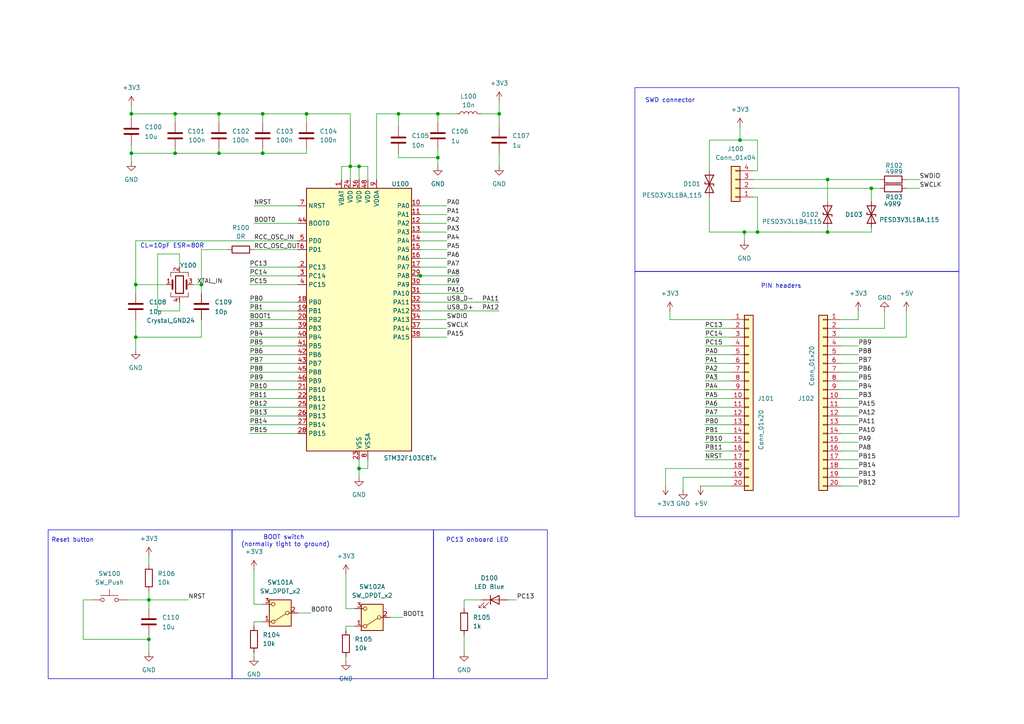
<source format=kicad_sch>
(kicad_sch (version 20231120) (generator "eeschema") (generator_version "8.0")
  (paper "A4")
  (lib_symbols
    (symbol "Connector_Generic:Conn_01x04" (pin_names (offset 1.016) hide)
      (property "Reference" "J" (at 0 5.08 0))
      (property "Value" "Conn_01x04" (at 0 -7.62 0))
      (symbol "Conn_01x04_1_1"
        (rectangle (start -1.27 -4.953) (end 0 -5.207) (stroke (width 0.1524)))
        (rectangle (start -1.27 -2.413) (end 0 -2.667) (stroke (width 0.1524)))
        (rectangle (start -1.27 0.127) (end 0 -0.127) (stroke (width 0.1524)))
        (rectangle (start -1.27 2.667) (end 0 2.413) (stroke (width 0.1524)))
        (rectangle (start -1.27 3.81) (end 1.27 -6.35) (stroke (width 0.254)) (fill (type background)))
        (pin passive line (at -5.08 2.54 0) (length 3.81) (name "Pin_1") (number "1"))
        (pin passive line (at -5.08 0 0) (length 3.81) (name "Pin_2") (number "2"))
        (pin passive line (at -5.08 -2.54 0) (length 3.81) (name "Pin_3") (number "3"))
        (pin passive line (at -5.08 -5.08 0) (length 3.81) (name "Pin_4") (number "4"))
      )
    )
    (symbol "Connector_Generic:Conn_01x20" (pin_names (offset 1.016) hide)
      (property "Reference" "J" (at 0 25.4 0))
      (property "Value" "Conn_01x20" (at 0 -27.94 0))
      (symbol "Conn_01x20_1_1"
        (rectangle (start -1.27 -25.273) (end 0 -25.527) (stroke (width 0.1524)))
        (rectangle (start -1.27 -22.733) (end 0 -22.987) (stroke (width 0.1524)))
        (rectangle (start -1.27 -20.193) (end 0 -20.447) (stroke (width 0.1524)))
        (rectangle (start -1.27 -17.653) (end 0 -17.907) (stroke (width 0.1524)))
        (rectangle (start -1.27 -15.113) (end 0 -15.367) (stroke (width 0.1524)))
        (rectangle (start -1.27 -12.573) (end 0 -12.827) (stroke (width 0.1524)))
        (rectangle (start -1.27 -10.033) (end 0 -10.287) (stroke (width 0.1524)))
        (rectangle (start -1.27 -7.493) (end 0 -7.747) (stroke (width 0.1524)))
        (rectangle (start -1.27 -4.953) (end 0 -5.207) (stroke (width 0.1524)))
        (rectangle (start -1.27 -2.413) (end 0 -2.667) (stroke (width 0.1524)))
        (rectangle (start -1.27 0.127) (end 0 -0.127) (stroke (width 0.1524)))
        (rectangle (start -1.27 2.667) (end 0 2.413) (stroke (width 0.1524)))
        (rectangle (start -1.27 5.207) (end 0 4.953) (stroke (width 0.1524)))
        (rectangle (start -1.27 7.747) (end 0 7.493) (stroke (width 0.1524)))
        (rectangle (start -1.27 10.287) (end 0 10.033) (stroke (width 0.1524)))
        (rectangle (start -1.27 12.827) (end 0 12.573) (stroke (width 0.1524)))
        (rectangle (start -1.27 15.367) (end 0 15.113) (stroke (width 0.1524)))
        (rectangle (start -1.27 17.907) (end 0 17.653) (stroke (width 0.1524)))
        (rectangle (start -1.27 20.447) (end 0 20.193) (stroke (width 0.1524)))
        (rectangle (start -1.27 22.987) (end 0 22.733) (stroke (width 0.1524)))
        (rectangle (start -1.27 24.13) (end 1.27 -26.67) (stroke (width 0.254)) (fill (type background)))
        (pin passive line (at -5.08 22.86 0) (length 3.81) (name "Pin_1") (number "1"))
        (pin passive line (at -5.08 0 0) (length 3.81) (name "Pin_10") (number "10"))
        (pin passive line (at -5.08 -2.54 0) (length 3.81) (name "Pin_11") (number "11"))
        (pin passive line (at -5.08 -5.08 0) (length 3.81) (name "Pin_12") (number "12"))
        (pin passive line (at -5.08 -7.62 0) (length 3.81) (name "Pin_13") (number "13"))
        (pin passive line (at -5.08 -10.16 0) (length 3.81) (name "Pin_14") (number "14"))
        (pin passive line (at -5.08 -12.7 0) (length 3.81) (name "Pin_15") (number "15"))
        (pin passive line (at -5.08 -15.24 0) (length 3.81) (name "Pin_16") (number "16"))
        (pin passive line (at -5.08 -17.78 0) (length 3.81) (name "Pin_17") (number "17"))
        (pin passive line (at -5.08 -20.32 0) (length 3.81) (name "Pin_18") (number "18"))
        (pin passive line (at -5.08 -22.86 0) (length 3.81) (name "Pin_19") (number "19"))
        (pin passive line (at -5.08 20.32 0) (length 3.81) (name "Pin_2") (number "2"))
        (pin passive line (at -5.08 -25.4 0) (length 3.81) (name "Pin_20") (number "20"))
        (pin passive line (at -5.08 17.78 0) (length 3.81) (name "Pin_3") (number "3"))
        (pin passive line (at -5.08 15.24 0) (length 3.81) (name "Pin_4") (number "4"))
        (pin passive line (at -5.08 12.7 0) (length 3.81) (name "Pin_5") (number "5"))
        (pin passive line (at -5.08 10.16 0) (length 3.81) (name "Pin_6") (number "6"))
        (pin passive line (at -5.08 7.62 0) (length 3.81) (name "Pin_7") (number "7"))
        (pin passive line (at -5.08 5.08 0) (length 3.81) (name "Pin_8") (number "8"))
        (pin passive line (at -5.08 2.54 0) (length 3.81) (name "Pin_9") (number "9"))
      )
    )
    (symbol "Device:C" (pin_numbers hide) (pin_names (offset 0.254))
      (property "Reference" "C" (at 0.635 2.54 0))
      (property "Value" "C" (at 0.635 -2.54 0))
      (symbol "C_0_1"
        (polyline (pts (xy -2.032 -0.762) (xy 2.032 -0.762)) (stroke (width 0.508)))
        (polyline (pts (xy -2.032 0.762) (xy 2.032 0.762)) (stroke (width 0.508)))
      )
      (symbol "C_1_1"
        (pin passive line (at 0 3.81 270) (length 2.794) (name "~") (number "1"))
        (pin passive line (at 0 -3.81 90) (length 2.794) (name "~") (number "2"))
      )
    )
    (symbol "Device:Crystal_GND24" (pin_names (offset 1.016) hide)
      (property "Reference" "Y" (at 3.175 5.08 0))
      (property "Value" "Crystal_GND24" (at 3.175 3.175 0))
      (symbol "Crystal_GND24_0_1"
        (rectangle (start -1.143 2.54) (end 1.143 -2.54) (stroke (width 0.3048)))
        (polyline (pts (xy -2.54 0) (xy -2.032 0)))
        (polyline (pts (xy -2.032 -1.27) (xy -2.032 1.27)) (stroke (width 0.508)))
        (polyline (pts (xy 0 -3.81) (xy 0 -3.556)))
        (polyline (pts (xy 0 3.556) (xy 0 3.81)))
        (polyline (pts (xy 2.032 -1.27) (xy 2.032 1.27)) (stroke (width 0.508)))
        (polyline (pts (xy 2.032 0) (xy 2.54 0)))
        (polyline (pts (xy -2.54 -2.286) (xy -2.54 -3.556) (xy 2.54 -3.556) (xy 2.54 -2.286)))
        (polyline (pts (xy -2.54 2.286) (xy -2.54 3.556) (xy 2.54 3.556) (xy 2.54 2.286)))
      )
      (symbol "Crystal_GND24_1_1"
        (pin passive line (at -3.81 0 0) (length 1.27) (name "1") (number "1"))
        (pin passive line (at 0 5.08 270) (length 1.27) (name "2") (number "2"))
        (pin passive line (at 3.81 0 180) (length 1.27) (name "3") (number "3"))
        (pin passive line (at 0 -5.08 90) (length 1.27) (name "4") (number "4"))
      )
    )
    (symbol "Device:D_TVS" (pin_numbers hide) (pin_names (offset 1.016) hide)
      (property "Reference" "D" (at 0 2.54 0))
      (property "Value" "D_TVS" (at 0 -2.54 0))
      (symbol "D_TVS_0_1"
        (polyline (pts (xy 1.27 0) (xy -1.27 0)))
        (polyline (pts (xy 0.508 1.27) (xy 0 1.27) (xy 0 -1.27) (xy -0.508 -1.27)) (stroke (width 0.254)))
        (polyline (pts (xy -2.54 1.27) (xy -2.54 -1.27) (xy 2.54 1.27) (xy 2.54 -1.27) (xy -2.54 1.27)) (stroke (width 0.254)))
      )
      (symbol "D_TVS_1_1"
        (pin passive line (at -3.81 0 0) (length 2.54) (name "A1") (number "1"))
        (pin passive line (at 3.81 0 180) (length 2.54) (name "A2") (number "2"))
      )
    )
    (symbol "Device:L" (pin_numbers hide) (pin_names (offset 1.016) hide)
      (property "Reference" "L" (at -1.27 0 90))
      (property "Value" "L" (at 1.905 0 90))
      (symbol "L_0_1"
        (arc (start 0 -2.54) (mid 0.6323 -1.905) (end 0 -1.27))
        (arc (start 0 -1.27) (mid 0.6323 -0.635) (end 0 0))
        (arc (start 0 0) (mid 0.6323 0.635) (end 0 1.27))
        (arc (start 0 1.27) (mid 0.6323 1.905) (end 0 2.54))
      )
      (symbol "L_1_1"
        (pin passive line (at 0 3.81 270) (length 1.27) (name "1") (number "1"))
        (pin passive line (at 0 -3.81 90) (length 1.27) (name "2") (number "2"))
      )
    )
    (symbol "Device:LED" (pin_numbers hide) (pin_names (offset 1.016) hide)
      (property "Reference" "D" (at 0 2.54 0))
      (property "Value" "LED" (at 0 -2.54 0))
      (symbol "LED_0_1"
        (polyline (pts (xy -1.27 -1.27) (xy -1.27 1.27)) (stroke (width 0.254)))
        (polyline (pts (xy -1.27 0) (xy 1.27 0)))
        (polyline (pts (xy 1.27 -1.27) (xy 1.27 1.27) (xy -1.27 0) (xy 1.27 -1.27)) (stroke (width 0.254)))
        (polyline (pts (xy -3.048 -0.762) (xy -4.572 -2.286) (xy -3.81 -2.286) (xy -4.572 -2.286) (xy -4.572 -1.524)))
        (polyline (pts (xy -1.778 -0.762) (xy -3.302 -2.286) (xy -2.54 -2.286) (xy -3.302 -2.286) (xy -3.302 -1.524)))
      )
      (symbol "LED_1_1"
        (pin passive line (at -3.81 0 0) (length 2.54) (name "K") (number "1"))
        (pin passive line (at 3.81 0 180) (length 2.54) (name "A") (number "2"))
      )
    )
    (symbol "Device:R" (pin_numbers hide) (pin_names (offset 0))
      (property "Reference" "R" (at 2.032 0 90))
      (property "Value" "R" (at 0 0 90))
      (symbol "R_0_1"
        (rectangle (start -1.016 -2.54) (end 1.016 2.54) (stroke (width 0.254)))
      )
      (symbol "R_1_1"
        (pin passive line (at 0 3.81 270) (length 1.27) (name "~") (number "1"))
        (pin passive line (at 0 -3.81 90) (length 1.27) (name "~") (number "2"))
      )
    )
    (symbol "MCU_ST_STM32F1:STM32F103C8Tx"
      (property "Reference" "U" (at -15.24 39.37 0))
      (property "Value" "STM32F103C8Tx" (at 7.62 39.37 0))
      (symbol "STM32F103C8Tx_0_1"
        (rectangle (start -15.24 -38.1) (end 15.24 38.1) (stroke (width 0.254)) (fill (type background)))
      )
      (symbol "STM32F103C8Tx_1_1"
        (pin power_in line (at -5.08 40.64 270) (length 2.54) (name "VBAT") (number "1"))
        (pin bidirectional line (at 17.78 33.02 180) (length 2.54) (name "PA0") (number "10"))
        (pin bidirectional line (at 17.78 30.48 180) (length 2.54) (name "PA1") (number "11"))
        (pin bidirectional line (at 17.78 27.94 180) (length 2.54) (name "PA2") (number "12"))
        (pin bidirectional line (at 17.78 25.4 180) (length 2.54) (name "PA3") (number "13"))
        (pin bidirectional line (at 17.78 22.86 180) (length 2.54) (name "PA4") (number "14"))
        (pin bidirectional line (at 17.78 20.32 180) (length 2.54) (name "PA5") (number "15"))
        (pin bidirectional line (at 17.78 17.78 180) (length 2.54) (name "PA6") (number "16"))
        (pin bidirectional line (at 17.78 15.24 180) (length 2.54) (name "PA7") (number "17"))
        (pin bidirectional line (at -17.78 5.08 0) (length 2.54) (name "PB0") (number "18"))
        (pin bidirectional line (at -17.78 2.54 0) (length 2.54) (name "PB1") (number "19"))
        (pin bidirectional line (at -17.78 15.24 0) (length 2.54) (name "PC13") (number "2"))
        (pin bidirectional line (at -17.78 0 0) (length 2.54) (name "PB2") (number "20"))
        (pin bidirectional line (at -17.78 -20.32 0) (length 2.54) (name "PB10") (number "21"))
        (pin bidirectional line (at -17.78 -22.86 0) (length 2.54) (name "PB11") (number "22"))
        (pin power_in line (at 0 -40.64 90) (length 2.54) (name "VSS") (number "23"))
        (pin power_in line (at -2.54 40.64 270) (length 2.54) (name "VDD") (number "24"))
        (pin bidirectional line (at -17.78 -25.4 0) (length 2.54) (name "PB12") (number "25"))
        (pin bidirectional line (at -17.78 -27.94 0) (length 2.54) (name "PB13") (number "26"))
        (pin bidirectional line (at -17.78 -30.48 0) (length 2.54) (name "PB14") (number "27"))
        (pin bidirectional line (at -17.78 -33.02 0) (length 2.54) (name "PB15") (number "28"))
        (pin bidirectional line (at 17.78 12.7 180) (length 2.54) (name "PA8") (number "29"))
        (pin bidirectional line (at -17.78 12.7 0) (length 2.54) (name "PC14") (number "3"))
        (pin bidirectional line (at 17.78 10.16 180) (length 2.54) (name "PA9") (number "30"))
        (pin bidirectional line (at 17.78 7.62 180) (length 2.54) (name "PA10") (number "31"))
        (pin bidirectional line (at 17.78 5.08 180) (length 2.54) (name "PA11") (number "32"))
        (pin bidirectional line (at 17.78 2.54 180) (length 2.54) (name "PA12") (number "33"))
        (pin bidirectional line (at 17.78 0 180) (length 2.54) (name "PA13") (number "34"))
        (pin passive line (at 0 -40.64 90) (length 2.54) hide (name "VSS") (number "35"))
        (pin power_in line (at 0 40.64 270) (length 2.54) (name "VDD") (number "36"))
        (pin bidirectional line (at 17.78 -2.54 180) (length 2.54) (name "PA14") (number "37"))
        (pin bidirectional line (at 17.78 -5.08 180) (length 2.54) (name "PA15") (number "38"))
        (pin bidirectional line (at -17.78 -2.54 0) (length 2.54) (name "PB3") (number "39"))
        (pin bidirectional line (at -17.78 10.16 0) (length 2.54) (name "PC15") (number "4"))
        (pin bidirectional line (at -17.78 -5.08 0) (length 2.54) (name "PB4") (number "40"))
        (pin bidirectional line (at -17.78 -7.62 0) (length 2.54) (name "PB5") (number "41"))
        (pin bidirectional line (at -17.78 -10.16 0) (length 2.54) (name "PB6") (number "42"))
        (pin bidirectional line (at -17.78 -12.7 0) (length 2.54) (name "PB7") (number "43"))
        (pin input line (at -17.78 27.94 0) (length 2.54) (name "BOOT0") (number "44"))
        (pin bidirectional line (at -17.78 -15.24 0) (length 2.54) (name "PB8") (number "45"))
        (pin bidirectional line (at -17.78 -17.78 0) (length 2.54) (name "PB9") (number "46"))
        (pin passive line (at 0 -40.64 90) (length 2.54) hide (name "VSS") (number "47"))
        (pin power_in line (at 2.54 40.64 270) (length 2.54) (name "VDD") (number "48"))
        (pin bidirectional line (at -17.78 22.86 0) (length 2.54) (name "PD0") (number "5"))
        (pin bidirectional line (at -17.78 20.32 0) (length 2.54) (name "PD1") (number "6"))
        (pin input line (at -17.78 33.02 0) (length 2.54) (name "NRST") (number "7"))
        (pin power_in line (at 2.54 -40.64 90) (length 2.54) (name "VSSA") (number "8"))
        (pin power_in line (at 5.08 40.64 270) (length 2.54) (name "VDDA") (number "9"))
      )
    )
    (symbol "Switch:SW_DPDT_x2" (pin_names (offset 0) hide)
      (property "Reference" "SW" (at 0 5.08 0))
      (property "Value" "SW_DPDT_x2" (at 0 -5.08 0))
      (symbol "SW_DPDT_x2_0_0"
        (circle (center -2.032 0) (radius 0.508))
        (circle (center 2.032 -2.54) (radius 0.508))
      )
      (symbol "SW_DPDT_x2_0_1"
        (rectangle (start -3.175 3.81) (end 3.175 -3.81) (stroke (width 0.254)) (fill (type background)))
        (polyline (pts (xy -1.524 0.254) (xy 1.5748 2.286)))
        (circle (center 2.032 2.54) (radius 0.508))
      )
      (symbol "SW_DPDT_x2_1_1"
        (pin passive line (at 5.08 2.54 180) (length 2.54) (name "A") (number "1"))
        (pin passive line (at -5.08 0 0) (length 2.54) (name "B") (number "2"))
        (pin passive line (at 5.08 -2.54 180) (length 2.54) (name "C") (number "3"))
      )
      (symbol "SW_DPDT_x2_2_1"
        (pin passive line (at 5.08 2.54 180) (length 2.54) (name "A") (number "4"))
        (pin passive line (at -5.08 0 0) (length 2.54) (name "B") (number "5"))
        (pin passive line (at 5.08 -2.54 180) (length 2.54) (name "C") (number "6"))
      )
    )
    (symbol "Switch:SW_Push" (pin_numbers hide) (pin_names (offset 1.016) hide)
      (property "Reference" "SW" (at 1.27 2.54 0))
      (property "Value" "SW_Push" (at 0 -1.524 0))
      (symbol "SW_Push_0_1"
        (circle (center -2.032 0) (radius 0.508))
        (polyline (pts (xy 0 1.27) (xy 0 3.048)))
        (polyline (pts (xy 2.54 1.27) (xy -2.54 1.27)))
        (circle (center 2.032 0) (radius 0.508))
        (pin passive line (at -5.08 0 0) (length 2.54) (name "1") (number "1"))
        (pin passive line (at 5.08 0 180) (length 2.54) (name "2") (number "2"))
      )
    )
    (symbol "power:+3V3" (power) (pin_numbers hide) (pin_names (offset 0) hide)
      (property "Value" "+3V3" (at 0 3.556 0))
      (symbol "+3V3_0_1"
        (polyline (pts (xy -0.762 1.27) (xy 0 2.54)))
        (polyline (pts (xy 0 0) (xy 0 2.54)))
        (polyline (pts (xy 0 2.54) (xy 0.762 1.27)))
      )
      (symbol "+3V3_1_1"
        (pin power_in line (at 0 0 90) (length 0) (name "~") (number "1"))
      )
    )
    (symbol "power:+5V" (power) (pin_numbers hide) (pin_names (offset 0) hide)
      (property "Value" "+5V" (at 0 3.556 0))
      (symbol "+5V_0_1"
        (polyline (pts (xy -0.762 1.27) (xy 0 2.54)))
        (polyline (pts (xy 0 0) (xy 0 2.54)))
        (polyline (pts (xy 0 2.54) (xy 0.762 1.27)))
      )
      (symbol "+5V_1_1"
        (pin power_in line (at 0 0 90) (length 0) (name "~") (number "1"))
      )
    )
    (symbol "power:GND" (power) (pin_numbers hide) (pin_names (offset 0) hide)
      (property "Value" "GND" (at 0 -3.81 0))
      (symbol "GND_0_1"
        (polyline (pts (xy 0 0) (xy 0 -1.27) (xy 1.27 -1.27) (xy 0 -2.54) (xy -1.27 -1.27) (xy 0 -1.27)))
      )
      (symbol "GND_1_1"
        (pin power_in line (at 0 0 270) (length 0) (name "~") (number "1"))
      )
    )
  )
  (junction (at 39.37 97.79))
  (junction (at 214.63 40.64))
  (junction (at 144.78 33.02))
  (junction (at 50.8 44.45))
  (junction (at 104.14 135.89))
  (junction (at 219.71 67.31))
  (junction (at 50.8 33.02))
  (junction (at 63.5 44.45))
  (junction (at 101.6 48.26))
  (junction (at 63.5 33.02))
  (junction (at 39.37 82.55))
  (junction (at 115.57 33.02))
  (junction (at 38.1 44.45))
  (junction (at 58.42 82.55))
  (junction (at 76.2 33.02))
  (junction (at 43.18 185.42))
  (junction (at 240.03 52.07))
  (junction (at 121.92 80.01))
  (junction (at 43.18 173.99))
  (junction (at 240.03 67.31))
  (junction (at 38.1 33.02))
  (junction (at 76.2 44.45))
  (junction (at 88.9 33.02))
  (junction (at 215.9 67.31))
  (junction (at 127 33.02))
  (junction (at 252.73 54.61))
  (junction (at 104.14 48.26))
  (junction (at 127 45.72))
  (wire (pts (xy 100.33 190.5) (xy 100.33 191.77)))
  (wire (pts (xy 134.62 173.99) (xy 134.62 176.53)))
  (wire (pts (xy 104.14 48.26) (xy 106.68 48.26)))
  (wire (pts (xy 101.6 48.26) (xy 101.6 52.07)))
  (wire (pts (xy 50.8 44.45) (xy 50.8 43.18)))
  (wire (pts (xy 48.26 82.55) (xy 39.37 82.55)))
  (wire (pts (xy 73.66 180.34) (xy 73.66 181.61)))
  (wire (pts (xy 248.92 90.17) (xy 248.92 92.71)))
  (wire (pts (xy 72.39 123.19) (xy 86.36 123.19)))
  (wire (pts (xy 52.07 90.17) (xy 52.07 87.63)))
  (wire (pts (xy 72.39 77.47) (xy 86.36 77.47)))
  (wire (pts (xy 204.47 110.49) (xy 212.09 110.49)))
  (wire (pts (xy 115.57 33.02) (xy 115.57 36.83)))
  (wire (pts (xy 243.84 130.81) (xy 248.92 130.81)))
  (wire (pts (xy 72.39 97.79) (xy 86.36 97.79)))
  (wire (pts (xy 243.84 125.73) (xy 248.92 125.73)))
  (wire (pts (xy 204.47 123.19) (xy 212.09 123.19)))
  (wire (pts (xy 204.47 102.87) (xy 212.09 102.87)))
  (wire (pts (xy 121.92 87.63) (xy 144.78 87.63)))
  (wire (pts (xy 72.39 105.41) (xy 86.36 105.41)))
  (wire (pts (xy 205.74 40.64) (xy 205.74 49.53)))
  (wire (pts (xy 255.27 52.07) (xy 240.03 52.07)))
  (wire (pts (xy 121.92 59.69) (xy 129.54 59.69)))
  (wire (pts (xy 100.33 181.61) (xy 100.33 182.88)))
  (wire (pts (xy 104.14 48.26) (xy 104.14 52.07)))
  (wire (pts (xy 219.71 49.53) (xy 218.44 49.53)))
  (wire (pts (xy 144.78 33.02) (xy 144.78 36.83)))
  (wire (pts (xy 39.37 82.55) (xy 39.37 85.09)))
  (wire (pts (xy 72.39 90.17) (xy 86.36 90.17)))
  (wire (pts (xy 39.37 97.79) (xy 39.37 101.6)))
  (wire (pts (xy 147.32 173.99) (xy 149.86 173.99)))
  (wire (pts (xy 63.5 44.45) (xy 63.5 43.18)))
  (wire (pts (xy 243.84 120.65) (xy 248.92 120.65)))
  (wire (pts (xy 43.18 173.99) (xy 43.18 176.53)))
  (wire (pts (xy 243.84 118.11) (xy 248.92 118.11)))
  (wire (pts (xy 194.31 92.71) (xy 212.09 92.71)))
  (wire (pts (xy 204.47 115.57) (xy 212.09 115.57)))
  (wire (pts (xy 204.47 130.81) (xy 212.09 130.81)))
  (wire (pts (xy 144.78 44.45) (xy 144.78 48.26)))
  (wire (pts (xy 72.39 82.55) (xy 86.36 82.55)))
  (wire (pts (xy 219.71 57.15) (xy 218.44 57.15)))
  (wire (pts (xy 219.71 67.31) (xy 240.03 67.31)))
  (wire (pts (xy 121.92 80.01) (xy 133.35 80.01)))
  (wire (pts (xy 129.54 95.25) (xy 121.92 95.25)))
  (wire (pts (xy 115.57 33.02) (xy 109.22 33.02)))
  (wire (pts (xy 194.31 90.17) (xy 194.31 92.71)))
  (wire (pts (xy 104.14 133.35) (xy 104.14 135.89)))
  (wire (pts (xy 214.63 40.64) (xy 219.71 40.64)))
  (wire (pts (xy 72.39 118.11) (xy 86.36 118.11)))
  (wire (pts (xy 73.66 59.69) (xy 86.36 59.69)))
  (wire (pts (xy 24.13 185.42) (xy 43.18 185.42)))
  (wire (pts (xy 38.1 33.02) (xy 38.1 34.29)))
  (wire (pts (xy 38.1 33.02) (xy 50.8 33.02)))
  (wire (pts (xy 204.47 97.79) (xy 212.09 97.79)))
  (wire (pts (xy 86.36 177.8) (xy 90.17 177.8)))
  (wire (pts (xy 43.18 173.99) (xy 43.18 171.45)))
  (wire (pts (xy 115.57 45.72) (xy 127 45.72)))
  (wire (pts (xy 38.1 44.45) (xy 38.1 46.99)))
  (wire (pts (xy 243.84 110.49) (xy 248.92 110.49)))
  (wire (pts (xy 109.22 33.02) (xy 109.22 52.07)))
  (wire (pts (xy 121.92 62.23) (xy 129.54 62.23)))
  (wire (pts (xy 121.92 77.47) (xy 129.54 77.47)))
  (wire (pts (xy 193.04 135.89) (xy 212.09 135.89)))
  (wire (pts (xy 24.13 173.99) (xy 24.13 185.42)))
  (wire (pts (xy 50.8 44.45) (xy 63.5 44.45)))
  (wire (pts (xy 73.66 165.1) (xy 73.66 175.26)))
  (wire (pts (xy 115.57 33.02) (xy 127 33.02)))
  (wire (pts (xy 43.18 185.42) (xy 43.18 189.23)))
  (wire (pts (xy 214.63 40.64) (xy 205.74 40.64)))
  (wire (pts (xy 45.72 90.17) (xy 52.07 90.17)))
  (wire (pts (xy 99.06 48.26) (xy 101.6 48.26)))
  (wire (pts (xy 43.18 184.15) (xy 43.18 185.42)))
  (wire (pts (xy 193.04 140.97) (xy 193.04 135.89)))
  (wire (pts (xy 204.47 133.35) (xy 212.09 133.35)))
  (wire (pts (xy 127 33.02) (xy 132.08 33.02)))
  (wire (pts (xy 248.92 92.71) (xy 243.84 92.71)))
  (wire (pts (xy 243.84 115.57) (xy 248.92 115.57)))
  (wire (pts (xy 205.74 67.31) (xy 215.9 67.31)))
  (wire (pts (xy 243.84 107.95) (xy 248.92 107.95)))
  (wire (pts (xy 240.03 52.07) (xy 240.03 58.42)))
  (wire (pts (xy 52.07 73.66) (xy 45.72 73.66)))
  (wire (pts (xy 198.12 138.43) (xy 212.09 138.43)))
  (wire (pts (xy 58.42 97.79) (xy 58.42 92.71)))
  (wire (pts (xy 52.07 77.47) (xy 52.07 73.66)))
  (wire (pts (xy 106.68 48.26) (xy 106.68 52.07)))
  (wire (pts (xy 256.54 90.17) (xy 256.54 95.25)))
  (wire (pts (xy 76.2 44.45) (xy 76.2 43.18)))
  (wire (pts (xy 72.39 100.33) (xy 86.36 100.33)))
  (wire (pts (xy 115.57 44.45) (xy 115.57 45.72)))
  (wire (pts (xy 262.89 52.07) (xy 266.7 52.07)))
  (wire (pts (xy 120.65 80.01) (xy 121.92 80.01)))
  (wire (pts (xy 121.92 64.77) (xy 129.54 64.77)))
  (wire (pts (xy 106.68 135.89) (xy 104.14 135.89)))
  (wire (pts (xy 72.39 125.73) (xy 86.36 125.73)))
  (wire (pts (xy 26.67 173.99) (xy 24.13 173.99)))
  (wire (pts (xy 139.7 33.02) (xy 144.78 33.02)))
  (wire (pts (xy 203.2 140.97) (xy 212.09 140.97)))
  (wire (pts (xy 240.03 66.04) (xy 240.03 67.31)))
  (wire (pts (xy 243.84 135.89) (xy 248.92 135.89)))
  (wire (pts (xy 88.9 33.02) (xy 101.6 33.02)))
  (wire (pts (xy 262.89 54.61) (xy 266.7 54.61)))
  (wire (pts (xy 219.71 67.31) (xy 219.71 57.15)))
  (wire (pts (xy 72.39 102.87) (xy 86.36 102.87)))
  (wire (pts (xy 243.84 140.97) (xy 248.92 140.97)))
  (wire (pts (xy 39.37 69.85) (xy 86.36 69.85)))
  (wire (pts (xy 58.42 82.55) (xy 58.42 72.39)))
  (wire (pts (xy 204.47 128.27) (xy 212.09 128.27)))
  (wire (pts (xy 76.2 33.02) (xy 88.9 33.02)))
  (wire (pts (xy 113.03 179.07) (xy 116.84 179.07)))
  (wire (pts (xy 139.7 173.99) (xy 134.62 173.99)))
  (wire (pts (xy 121.92 92.71) (xy 129.54 92.71)))
  (wire (pts (xy 55.88 82.55) (xy 58.42 82.55)))
  (wire (pts (xy 101.6 33.02) (xy 101.6 48.26)))
  (wire (pts (xy 252.73 54.61) (xy 252.73 58.42)))
  (wire (pts (xy 101.6 48.26) (xy 104.14 48.26)))
  (wire (pts (xy 243.84 123.19) (xy 248.92 123.19)))
  (wire (pts (xy 198.12 142.24) (xy 198.12 138.43)))
  (wire (pts (xy 36.83 173.99) (xy 43.18 173.99)))
  (wire (pts (xy 72.39 95.25) (xy 86.36 95.25)))
  (wire (pts (xy 38.1 44.45) (xy 50.8 44.45)))
  (wire (pts (xy 243.84 105.41) (xy 248.92 105.41)))
  (wire (pts (xy 256.54 95.25) (xy 243.84 95.25)))
  (wire (pts (xy 214.63 36.83) (xy 214.63 40.64)))
  (wire (pts (xy 72.39 107.95) (xy 86.36 107.95)))
  (wire (pts (xy 73.66 64.77) (xy 86.36 64.77)))
  (wire (pts (xy 252.73 66.04) (xy 252.73 67.31)))
  (wire (pts (xy 204.47 125.73) (xy 212.09 125.73)))
  (wire (pts (xy 63.5 33.02) (xy 76.2 33.02)))
  (wire (pts (xy 204.47 105.41) (xy 212.09 105.41)))
  (wire (pts (xy 63.5 44.45) (xy 76.2 44.45)))
  (wire (pts (xy 218.44 52.07) (xy 240.03 52.07)))
  (wire (pts (xy 243.84 138.43) (xy 248.92 138.43)))
  (wire (pts (xy 127 33.02) (xy 127 35.56)))
  (wire (pts (xy 39.37 82.55) (xy 39.37 69.85)))
  (wire (pts (xy 76.2 33.02) (xy 76.2 35.56)))
  (wire (pts (xy 72.39 115.57) (xy 86.36 115.57)))
  (wire (pts (xy 72.39 110.49) (xy 86.36 110.49)))
  (wire (pts (xy 54.61 173.99) (xy 43.18 173.99)))
  (wire (pts (xy 39.37 97.79) (xy 58.42 97.79)))
  (wire (pts (xy 127 45.72) (xy 127 43.18)))
  (wire (pts (xy 121.92 74.93) (xy 129.54 74.93)))
  (wire (pts (xy 39.37 92.71) (xy 39.37 97.79)))
  (wire (pts (xy 72.39 92.71) (xy 86.36 92.71)))
  (wire (pts (xy 121.92 69.85) (xy 129.54 69.85)))
  (wire (pts (xy 121.92 90.17) (xy 144.78 90.17)))
  (wire (pts (xy 205.74 57.15) (xy 205.74 67.31)))
  (wire (pts (xy 76.2 175.26) (xy 73.66 175.26)))
  (wire (pts (xy 50.8 33.02) (xy 63.5 33.02)))
  (wire (pts (xy 121.92 67.31) (xy 129.54 67.31)))
  (wire (pts (xy 243.84 133.35) (xy 248.92 133.35)))
  (wire (pts (xy 121.92 82.55) (xy 133.35 82.55)))
  (wire (pts (xy 102.87 176.53) (xy 100.33 176.53)))
  (wire (pts (xy 73.66 72.39) (xy 86.36 72.39)))
  (wire (pts (xy 204.47 95.25) (xy 212.09 95.25)))
  (wire (pts (xy 144.78 29.21) (xy 144.78 33.02)))
  (wire (pts (xy 134.62 184.15) (xy 134.62 189.23)))
  (wire (pts (xy 204.47 120.65) (xy 212.09 120.65)))
  (wire (pts (xy 262.89 97.79) (xy 243.84 97.79)))
  (wire (pts (xy 72.39 120.65) (xy 86.36 120.65)))
  (wire (pts (xy 43.18 161.29) (xy 43.18 163.83)))
  (wire (pts (xy 50.8 33.02) (xy 50.8 35.56)))
  (wire (pts (xy 243.84 102.87) (xy 248.92 102.87)))
  (wire (pts (xy 243.84 100.33) (xy 248.92 100.33)))
  (wire (pts (xy 104.14 135.89) (xy 104.14 138.43)))
  (wire (pts (xy 38.1 30.48) (xy 38.1 33.02)))
  (wire (pts (xy 73.66 189.23) (xy 73.66 190.5)))
  (wire (pts (xy 204.47 100.33) (xy 212.09 100.33)))
  (wire (pts (xy 106.68 133.35) (xy 106.68 135.89)))
  (wire (pts (xy 63.5 33.02) (xy 63.5 35.56)))
  (wire (pts (xy 243.84 128.27) (xy 248.92 128.27)))
  (wire (pts (xy 102.87 181.61) (xy 100.33 181.61)))
  (wire (pts (xy 215.9 67.31) (xy 215.9 69.85)))
  (wire (pts (xy 72.39 80.01) (xy 86.36 80.01)))
  (wire (pts (xy 240.03 67.31) (xy 252.73 67.31)))
  (wire (pts (xy 262.89 90.17) (xy 262.89 97.79)))
  (wire (pts (xy 218.44 54.61) (xy 252.73 54.61)))
  (wire (pts (xy 88.9 44.45) (xy 88.9 43.18)))
  (wire (pts (xy 100.33 166.37) (xy 100.33 176.53)))
  (wire (pts (xy 204.47 113.03) (xy 212.09 113.03)))
  (wire (pts (xy 215.9 67.31) (xy 219.71 67.31)))
  (wire (pts (xy 58.42 82.55) (xy 58.42 85.09)))
  (wire (pts (xy 76.2 180.34) (xy 73.66 180.34)))
  (wire (pts (xy 127 45.72) (xy 127 48.26)))
  (wire (pts (xy 204.47 107.95) (xy 212.09 107.95)))
  (wire (pts (xy 76.2 44.45) (xy 88.9 44.45)))
  (wire (pts (xy 72.39 87.63) (xy 86.36 87.63)))
  (wire (pts (xy 99.06 48.26) (xy 99.06 52.07)))
  (wire (pts (xy 121.92 72.39) (xy 129.54 72.39)))
  (wire (pts (xy 255.27 54.61) (xy 252.73 54.61)))
  (wire (pts (xy 45.72 73.66) (xy 45.72 90.17)))
  (wire (pts (xy 58.42 72.39) (xy 66.04 72.39)))
  (wire (pts (xy 121.92 85.09) (xy 134.62 85.09)))
  (wire (pts (xy 38.1 41.91) (xy 38.1 44.45)))
  (wire (pts (xy 243.84 113.03) (xy 248.92 113.03)))
  (wire (pts (xy 219.71 40.64) (xy 219.71 49.53)))
  (wire (pts (xy 121.92 97.79) (xy 129.54 97.79)))
  (wire (pts (xy 72.39 113.03) (xy 86.36 113.03)))
  (wire (pts (xy 88.9 33.02) (xy 88.9 35.56)))
  (wire (pts (xy 204.47 118.11) (xy 212.09 118.11)))
  (rectangle (start 125.73 153.67) (end 158.75 196.85))
  (rectangle (start 13.97 153.67) (end 67.31 196.85))
  (rectangle (start 184.15 25.4) (end 278.13 78.74))
  (rectangle (start 67.31 153.67) (end 125.73 196.85))
  (rectangle (start 184.15 78.74) (end 278.13 149.86))
  (text "BOOT switch \n(normally tight to ground)" (at 82.804 156.972 0) (effects (font (size 1.27 1.27))))
  (text "PIN headers" (at 226.568 83.058 0) (effects (font (size 1.27 1.27))))
  (text "Reset button" (at 21.082 156.718 0) (effects (font (size 1.27 1.27))))
  (text "SWD connector" (at 194.31 29.21 0) (effects (font (size 1.27 1.27))))
  (text "PC13 onboard LED" (at 138.43 156.718 0) (effects (font (size 1.27 1.27))))
  (text "CL=10pF ESR=80R" (at 40.64 72.136 0) (effects (font (size 1.27 1.27)) (justify left bottom)))
  (label "PB8" (at 72.39 107.95 0))
  (label "PA11" (at 248.92 123.19 0))
  (label "PA8" (at 133.35 80.01 180))
  (label "PB8" (at 248.92 102.87 0))
  (label "PA0" (at 204.47 102.87 0))
  (label "BOOT1" (at 72.39 92.71 0))
  (label "PA9" (at 133.35 82.55 180))
  (label "PB4" (at 248.92 113.03 0))
  (label "PC13" (at 149.86 173.99 0))
  (label "PA3" (at 204.47 110.49 0))
  (label "PA5" (at 129.54 72.39 0))
  (label "PA15" (at 129.54 97.79 0))
  (label "PA6" (at 129.54 74.93 0))
  (label "PA0" (at 129.54 59.69 0))
  (label "PB14" (at 72.39 123.19 0))
  (label "PB12" (at 72.39 118.11 0))
  (label "PB15" (at 72.39 125.73 0))
  (label "PB13" (at 72.39 120.65 0))
  (label "PA6" (at 204.47 118.11 0))
  (label "PA2" (at 129.54 64.77 0))
  (label "PB10" (at 72.39 113.03 0))
  (label "PA12" (at 248.92 120.65 0))
  (label "PB13" (at 248.92 138.43 0))
  (label "PB5" (at 72.39 100.33 0))
  (label "USB_D-" (at 129.54 87.63 0))
  (label "PA12" (at 144.78 90.17 180))
  (label "NRST" (at 204.47 133.35 0))
  (label "PA4" (at 129.54 69.85 0))
  (label "NRST" (at 73.66 59.69 0))
  (label "SWCLK" (at 266.7 54.61 0))
  (label "BOOT0" (at 90.17 177.8 0))
  (label "NRST" (at 54.61 173.99 0))
  (label "XTAL_IN" (at 57.15 82.55 0))
  (label "PB14" (at 248.92 135.89 0))
  (label "PA11" (at 144.78 87.63 180))
  (label "PC14" (at 204.47 97.79 0))
  (label "PA7" (at 129.54 77.47 0))
  (label "PA15" (at 248.92 118.11 0))
  (label "SWCLK" (at 129.54 95.25 0))
  (label "BOOT1" (at 116.84 179.07 0))
  (label "PB12" (at 248.92 140.97 0))
  (label "PB5" (at 248.92 110.49 0))
  (label "SWDIO" (at 129.54 92.71 0))
  (label "PB11" (at 204.47 130.81 0))
  (label "PA3" (at 129.54 67.31 0))
  (label "PA4" (at 204.47 113.03 0))
  (label "PA8" (at 248.92 130.81 0))
  (label "PC14" (at 72.39 80.01 0))
  (label "PB4" (at 72.39 97.79 0))
  (label "PB15" (at 248.92 133.35 0))
  (label "PB11" (at 72.39 115.57 0))
  (label "PB6" (at 72.39 102.87 0))
  (label "BOOT0" (at 73.66 64.77 0))
  (label "PB0" (at 204.47 123.19 0))
  (label "PB6" (at 248.92 107.95 0))
  (label "PC15" (at 72.39 82.55 0))
  (label "PB7" (at 72.39 105.41 0))
  (label "PA10" (at 248.92 125.73 0))
  (label "PA9" (at 248.92 128.27 0))
  (label "PA2" (at 204.47 107.95 0))
  (label "PB1" (at 204.47 125.73 0))
  (label "SWDIO" (at 266.7 52.07 0))
  (label "PB1" (at 72.39 90.17 0))
  (label "PB3" (at 248.92 115.57 0))
  (label "PB7" (at 248.92 105.41 0))
  (label "USB_D+" (at 129.54 90.17 0))
  (label "RCC_OSC_IN" (at 73.66 69.85 0))
  (label "PA1" (at 204.47 105.41 0))
  (label "PB10" (at 204.47 128.27 0))
  (label "RCC_OSC_OUT" (at 73.66 72.39 0))
  (label "PB0" (at 72.39 87.63 0))
  (label "PA5" (at 204.47 115.57 0))
  (label "PC13" (at 72.39 77.47 0))
  (label "PA1" (at 129.54 62.23 0))
  (label "PA10" (at 134.62 85.09 180))
  (label "PB3" (at 72.39 95.25 0))
  (label "PB9" (at 248.92 100.33 0))
  (label "PA7" (at 204.47 120.65 0))
  (label "PB9" (at 72.39 110.49 0))
  (label "PC15" (at 204.47 100.33 0))
  (label "PC13" (at 204.47 95.25 0))
  (symbol (lib_id "power:GND") (at 127 48.26 0) (unit 1)
    (property "Reference" "#PWR04" (effects (hide yes)))
    (property "Value" "GND" (at 127 53.34 0))
    (property "Description" "Power symbol creates a global label with name \"GND\" , ground" (effects (hide yes)))
  )
  (symbol (lib_id "power:GND") (at 134.62 189.23 0) (unit 1)
    (property "Reference" "#PWR012" (effects (hide yes)))
    (property "Value" "GND" (at 134.62 194.31 0))
    (property "Description" "Power symbol creates a global label with name \"GND\" , ground" (effects (hide yes)))
  )
  (symbol (lib_id "Switch:SW_DPDT_x2") (at 81.28 177.8 180) (unit 1)
    (property "Reference" "SW101" (at 81.28 168.91 0))
    (property "Value" "SW_DPDT_x2" (at 81.28 171.45 0))
    (property "Description" "Switch, dual pole double throw, separate symbols" (effects (hide yes)))
  )
  (symbol (lib_id "Switch:SW_Push") (at 31.75 173.99 0) (unit 1)
    (property "Reference" "SW100" (at 31.75 166.37 0))
    (property "Value" "SW_Push" (at 31.75 168.91 0))
    (property "Description" "Push button switch, generic, two pins" (effects (hide yes)))
  )
  (symbol (lib_id "Device:C") (at 63.5 39.37 0) (unit 1)
    (property "Reference" "C102" (at 67.31 38.0999 0) (effects (justify left)))
    (property "Value" "100n" (at 67.31 40.6399 0) (effects (justify left)))
    (property "Description" "Unpolarized capacitor" (effects (hide yes)))
  )
  (symbol (lib_id "Device:C") (at 38.1 38.1 0) (unit 1)
    (property "Reference" "C100" (at 41.91 36.83 0) (effects (justify left)))
    (property "Value" "10u" (at 41.91 39.624 0) (effects (justify left)))
    (property "Description" "Unpolarized capacitor" (effects (hide yes)))
  )
  (symbol (lib_id "Switch:SW_DPDT_x2") (at 107.95 179.07 180) (unit 1)
    (property "Reference" "SW102" (at 107.95 170.18 0))
    (property "Value" "SW_DPDT_x2" (at 107.95 172.72 0))
    (property "Description" "Switch, dual pole double throw, separate symbols" (effects (hide yes)))
  )
  (symbol (lib_id "Device:R") (at 73.66 185.42 0) (unit 1)
    (property "Reference" "R104" (at 76.2 184.1499 0) (effects (justify left)))
    (property "Value" "10k" (at 76.2 186.6899 0) (effects (justify left)))
    (property "Description" "Resistor" (effects (hide yes)))
  )
  (symbol (lib_id "Device:C") (at 39.37 88.9 0) (unit 1)
    (property "Reference" "C108" (at 43.18 87.63 0) (effects (justify left)))
    (property "Value" "10p" (at 43.18 90.424 0) (effects (justify left)))
    (property "Description" "Unpolarized capacitor" (effects (hide yes)))
  )
  (symbol (lib_id "Device:D_TVS") (at 205.74 53.34 270) (unit 1)
    (property "Reference" "D101" (at 198.12 53.34 90) (effects (justify left)))
    (property "Value" "PESD3V3L1BA,115" (at 186.182 56.642 90) (effects (justify left)))
    (property "Footprint" "Diode_SMD:D_SOD-323" (effects (hide yes)))
  )
  (symbol (lib_id "power:+5V") (at 262.89 90.17 0) (unit 1)
    (property "Reference" "#PWR020" (effects (hide yes)))
    (property "Value" "+5V" (at 262.89 85.09 0))
    (property "Description" "Power symbol creates a global label with name \"+5V\"" (effects (hide yes)))
  )
  (symbol (lib_id "Device:R") (at 100.33 186.69 0) (unit 1)
    (property "Reference" "R105" (at 102.87 185.4199 0) (effects (justify left)))
    (property "Value" "10k" (at 102.87 187.9599 0) (effects (justify left)))
    (property "Description" "Resistor" (effects (hide yes)))
  )
  (symbol (lib_id "power:GND") (at 198.12 142.24 0) (unit 1)
    (property "Reference" "#PWR016" (effects (hide yes)))
    (property "Value" "GND" (at 198.12 146.05 0))
    (property "Description" "Power symbol creates a global label with name \"GND\" , ground" (effects (hide yes)))
  )
  (symbol (lib_id "power:+3V3") (at 100.33 166.37 0) (unit 1)
    (property "Reference" "#PWR037" (effects (hide yes)))
    (property "Value" "+3V3" (at 100.33 161.29 0))
    (property "Description" "Power symbol creates a global label with name \"+3V3\"" (effects (hide yes)))
  )
  (symbol (lib_id "Device:R") (at 134.62 180.34 0) (unit 1)
    (property "Reference" "R105" (at 137.16 179.0699 0) (effects (justify left)))
    (property "Value" "1k" (at 137.16 181.6099 0) (effects (justify left)))
    (property "Description" "Resistor" (effects (hide yes)))
  )
  (symbol (lib_id "Connector_Generic:Conn_01x04") (at 213.36 54.61 180) (unit 1)
    (property "Reference" "J100" (at 213.36 43.18 0))
    (property "Value" "Conn_01x04" (at 213.36 45.72 0))
    (property "Description" "Generic connector, single row, 01x04, script generated (kicad-library-utils/schlib/autogen/connector/)" (effects (hide yes)))
  )
  (symbol (lib_id "Device:C") (at 43.18 180.34 0) (unit 1)
    (property "Reference" "C110" (at 46.99 179.07 0) (effects (justify left)))
    (property "Value" "10u" (at 46.99 181.864 0) (effects (justify left)))
    (property "Description" "Unpolarized capacitor" (effects (hide yes)))
  )
  (symbol (lib_id "Device:D_TVS") (at 240.03 62.23 270) (unit 1)
    (property "Reference" "D102" (at 232.41 62.23 90) (effects (justify left)))
    (property "Value" "PESD3V3L1BA,115" (at 220.98 64.262 90) (effects (justify left)))
    (property "Footprint" "Diode_SMD:D_SOD-323" (effects (hide yes)))
  )
  (symbol (lib_id "power:GND") (at 144.78 48.26 0) (unit 1)
    (property "Reference" "#PWR03" (effects (hide yes)))
    (property "Value" "GND" (at 144.78 53.34 0))
    (property "Description" "Power symbol creates a global label with name \"GND\" , ground" (effects (hide yes)))
  )
  (symbol (lib_id "Device:Crystal_GND24") (at 52.07 82.55 0) (unit 1)
    (property "Reference" "Y100" (at 54.61 76.962 0))
    (property "Value" "Crystal_GND24" (at 49.53 92.964 0))
    (property "Description" "Four pin crystal, GND on pins 2 and 4" (effects (hide yes)))
  )
  (symbol (lib_id "Device:C") (at 115.57 40.64 0) (unit 1)
    (property "Reference" "C105" (at 119.38 39.37 0) (effects (justify left)))
    (property "Value" "10n" (at 119.38 42.164 0) (effects (justify left)))
    (property "Description" "Unpolarized capacitor" (effects (hide yes)))
  )
  (symbol (lib_id "Connector_Generic:Conn_01x20") (at 238.76 115.57 0) (mirror y) (unit 1)
    (property "Reference" "J102" (at 236.22 115.5699 0) (effects (justify left)))
    (property "Value" "Conn_01x20" (at 235.458 112.014 90) (effects (justify left)))
    (property "Description" "Generic connector, single row, 01x20, script generated (kicad-library-utils/schlib/autogen/connector/)" (effects (hide yes)))
  )
  (symbol (lib_id "power:+3V3") (at 248.92 90.17 0) (unit 1)
    (property "Reference" "#PWR018" (effects (hide yes)))
    (property "Value" "+3V3" (at 248.92 85.09 0))
    (property "Description" "Power symbol creates a global label with name \"+3V3\"" (effects (hide yes)))
  )
  (symbol (lib_id "power:GND") (at 43.18 189.23 0) (unit 1)
    (property "Reference" "#PWR09" (effects (hide yes)))
    (property "Value" "GND" (at 43.18 194.31 0))
    (property "Description" "Power symbol creates a global label with name \"GND\" , ground" (effects (hide yes)))
  )
  (symbol (lib_id "power:GND") (at 73.66 190.5 0) (unit 1)
    (property "Reference" "#PWR010" (effects (hide yes)))
    (property "Value" "GND" (at 73.66 195.58 0))
    (property "Description" "Power symbol creates a global label with name \"GND\" , ground" (effects (hide yes)))
  )
  (symbol (lib_id "Connector_Generic:Conn_01x20") (at 217.17 115.57 0) (unit 1)
    (property "Reference" "J101" (at 219.71 115.5699 0) (effects (justify left)))
    (property "Value" "Conn_01x20" (at 220.726 130.556 90) (effects (justify left)))
    (property "Description" "Generic connector, single row, 01x20, script generated (kicad-library-utils/schlib/autogen/connector/)" (effects (hide yes)))
  )
  (symbol (lib_id "Device:LED") (at 143.51 173.99 0) (unit 1)
    (property "Reference" "D100" (at 141.9225 167.64 0))
    (property "Value" "LED Blue" (at 141.9225 170.18 0))
    (property "Description" "Light emitting diode" (effects (hide yes)))
  )
  (symbol (lib_id "MCU_ST_STM32F1:STM32F103C8Tx") (at 104.14 92.71 0) (unit 1)
    (property "Reference" "U100" (at 113.538 53.34 0) (effects (justify left)))
    (property "Value" "STM32F103C8Tx" (at 111.252 132.842 0) (effects (justify left)))
    (property "Footprint" "Package_QFP:LQFP-48_7x7mm_P0.5mm" (effects (hide yes)))
    (property "Datasheet" "https://www.st.com/resource/en/datasheet/stm32f103c8.pdf" (effects (hide yes)))
    (property "Description" "STMicroelectronics Arm Cortex-M3 MCU, 64KB flash, 20KB RAM, 72 MHz, 2.0-3.6V, 37 GPIO, LQFP48" (effects (hide yes)))
  )
  (symbol (lib_id "Device:C") (at 76.2 39.37 0) (unit 1)
    (property "Reference" "C103" (at 80.01 38.0999 0) (effects (justify left)))
    (property "Value" "100n" (at 80.01 40.6399 0) (effects (justify left)))
    (property "Description" "Unpolarized capacitor" (effects (hide yes)))
  )
  (symbol (lib_id "Device:C") (at 58.42 88.9 0) (unit 1)
    (property "Reference" "C109" (at 62.23 87.63 0) (effects (justify left)))
    (property "Value" "10p" (at 62.23 90.424 0) (effects (justify left)))
    (property "Description" "Unpolarized capacitor" (effects (hide yes)))
  )
  (symbol (lib_id "power:+3V3") (at 194.31 90.17 0) (unit 1)
    (property "Reference" "#PWR021" (effects (hide yes)))
    (property "Value" "+3V3" (at 194.31 85.09 0))
    (property "Description" "Power symbol creates a global label with name \"+3V3\"" (effects (hide yes)))
  )
  (symbol (lib_id "power:+3V3") (at 38.1 30.48 0) (unit 1)
    (property "Reference" "#PWR01" (effects (hide yes)))
    (property "Value" "+3V3" (at 38.1 25.4 0))
    (property "Description" "Power symbol creates a global label with name \"+3V3\"" (effects (hide yes)))
  )
  (symbol (lib_id "power:+5V") (at 203.2 140.97 180) (unit 1)
    (property "Reference" "#PWR017" (effects (hide yes)))
    (property "Value" "+5V" (at 203.2 146.05 0))
    (property "Description" "Power symbol creates a global label with name \"+5V\"" (effects (hide yes)))
  )
  (symbol (lib_id "power:+3V3") (at 43.18 161.29 0) (unit 1)
    (property "Reference" "#PWR08" (effects (hide yes)))
    (property "Value" "+3V3" (at 43.18 156.21 0))
    (property "Description" "Power symbol creates a global label with name \"+3V3\"" (effects (hide yes)))
  )
  (symbol (lib_id "Device:L") (at 135.89 33.02 90) (unit 1)
    (property "Reference" "L100" (at 135.89 27.94 90))
    (property "Value" "10n" (at 135.89 30.48 90))
    (property "Description" "Inductor" (effects (hide yes)))
  )
  (symbol (lib_id "Device:D_TVS") (at 252.73 62.23 270) (unit 1)
    (property "Reference" "D103" (at 245.11 62.23 90) (effects (justify left)))
    (property "Value" "PESD3V3L1BA,115" (at 255.016 63.754 90) (effects (justify left)))
    (property "Footprint" "Diode_SMD:D_SOD-323" (effects (hide yes)))
  )
  (symbol (lib_id "power:GND") (at 39.37 101.6 0) (unit 1)
    (property "Reference" "#PWR07" (effects (hide yes)))
    (property "Value" "GND" (at 39.37 106.68 0))
    (property "Description" "Power symbol creates a global label with name \"GND\" , ground" (effects (hide yes)))
  )
  (symbol (lib_id "Device:R") (at 259.08 54.61 90) (unit 1)
    (property "Reference" "R103" (at 259.334 57.15 90))
    (property "Value" "49R9" (at 258.826 59.182 90))
    (property "Description" "Resistor" (effects (hide yes)))
  )
  (symbol (lib_id "Device:C") (at 127 39.37 0) (unit 1)
    (property "Reference" "C106" (at 130.81 38.1 0) (effects (justify left)))
    (property "Value" "1u" (at 130.81 40.894 0) (effects (justify left)))
    (property "Description" "Unpolarized capacitor" (effects (hide yes)))
  )
  (symbol (lib_id "power:+3V3") (at 214.63 36.83 0) (unit 1)
    (property "Reference" "#PWR013" (effects (hide yes)))
    (property "Value" "+3V3" (at 214.63 31.75 0))
    (property "Description" "Power symbol creates a global label with name \"+3V3\"" (effects (hide yes)))
  )
  (symbol (lib_id "Device:R") (at 259.08 52.07 90) (unit 1)
    (property "Reference" "R102" (at 259.334 48.006 90))
    (property "Value" "49R9" (at 259.334 49.784 90))
    (property "Description" "Resistor" (effects (hide yes)))
  )
  (symbol (lib_id "Device:C") (at 144.78 40.64 0) (unit 1)
    (property "Reference" "C107" (at 148.59 39.37 0) (effects (justify left)))
    (property "Value" "1u" (at 148.59 42.164 0) (effects (justify left)))
    (property "Description" "Unpolarized capacitor" (effects (hide yes)))
  )
  (symbol (lib_id "power:GND") (at 38.1 46.99 0) (unit 1)
    (property "Reference" "#PWR02" (effects (hide yes)))
    (property "Value" "GND" (at 38.1 52.07 0))
    (property "Description" "Power symbol creates a global label with name \"GND\" , ground" (effects (hide yes)))
  )
  (symbol (lib_id "Device:R") (at 43.18 167.64 180) (unit 1)
    (property "Reference" "R106" (at 45.72 166.3699 0) (effects (justify right)))
    (property "Value" "10k" (at 45.72 168.9099 0) (effects (justify right)))
    (property "Description" "Resistor" (effects (hide yes)))
  )
  (symbol (lib_id "power:GND") (at 104.14 138.43 0) (unit 1)
    (property "Reference" "#PWR06" (effects (hide yes)))
    (property "Value" "GND" (at 104.14 143.51 0))
    (property "Description" "Power symbol creates a global label with name \"GND\" , ground" (effects (hide yes)))
  )
  (symbol (lib_id "power:+3V3") (at 144.78 29.21 0) (unit 1)
    (property "Reference" "#PWR05" (effects (hide yes)))
    (property "Value" "+3V3" (at 144.78 24.13 0))
    (property "Description" "Power symbol creates a global label with name \"+3V3\"" (effects (hide yes)))
  )
  (symbol (lib_id "power:GND") (at 256.54 90.17 180) (unit 1)
    (property "Reference" "#PWR019" (effects (hide yes)))
    (property "Value" "GND" (at 256.54 86.36 0))
    (property "Description" "Power symbol creates a global label with name \"GND\" , ground" (effects (hide yes)))
  )
  (symbol (lib_id "power:GND") (at 215.9 69.85 0) (unit 1)
    (property "Reference" "#PWR014" (effects (hide yes)))
    (property "Value" "GND" (at 215.9 74.93 0))
    (property "Description" "Power symbol creates a global label with name \"GND\" , ground" (effects (hide yes)))
  )
  (symbol (lib_id "power:+3V3") (at 73.66 165.1 0) (unit 1)
    (property "Reference" "#PWR011" (effects (hide yes)))
    (property "Value" "+3V3" (at 73.66 160.02 0))
    (property "Description" "Power symbol creates a global label with name \"+3V3\"" (effects (hide yes)))
  )
  (symbol (lib_id "Device:C") (at 50.8 39.37 0) (unit 1)
    (property "Reference" "C101" (at 54.356 38.1 0) (effects (justify left)))
    (property "Value" "100n" (at 54.61 40.6399 0) (effects (justify left)))
    (property "Description" "Unpolarized capacitor" (effects (hide yes)))
  )
  (symbol (lib_id "power:GND") (at 100.33 191.77 0) (unit 1)
    (property "Reference" "#PWR038" (effects (hide yes)))
    (property "Value" "GND" (at 100.33 196.85 0))
    (property "Description" "Power symbol creates a global label with name \"GND\" , ground" (effects (hide yes)))
  )
  (symbol (lib_id "power:+3V3") (at 193.04 140.97 180) (unit 1)
    (property "Reference" "#PWR015" (effects (hide yes)))
    (property "Value" "+3V3" (at 193.04 146.05 0))
    (property "Description" "Power symbol creates a global label with name \"+3V3\"" (effects (hide yes)))
  )
  (symbol (lib_id "Device:R") (at 69.85 72.39 90) (unit 1)
    (property "Reference" "R100" (at 69.85 66.04 90))
    (property "Value" "0R" (at 69.85 68.58 90))
    (property "Description" "Resistor" (effects (hide yes)))
  )
  (symbol (lib_id "Device:C") (at 88.9 39.37 0) (unit 1)
    (property "Reference" "C104" (at 92.71 38.0999 0) (effects (justify left)))
    (property "Value" "100n" (at 92.71 40.6399 0) (effects (justify left)))
    (property "Description" "Unpolarized capacitor" (effects (hide yes)))
  )
)
</source>
